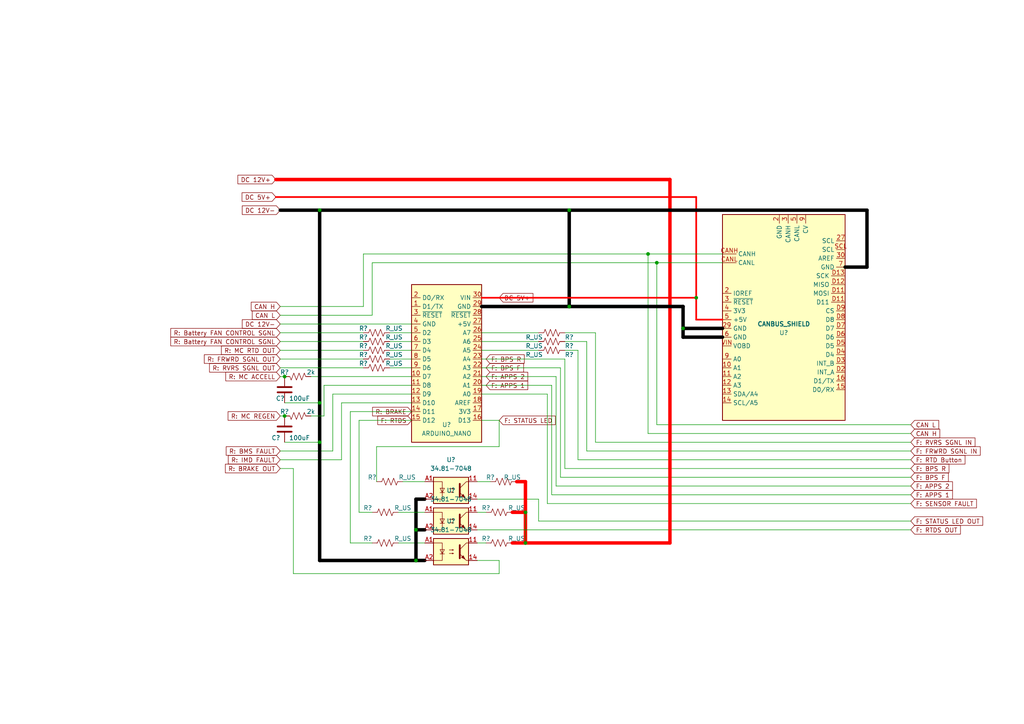
<source format=kicad_sch>
(kicad_sch (version 20211123) (generator eeschema)
  (paper "A4")
  (lib_symbols
    (symbol "Device:C" (pin_numbers hide) (pin_names (offset 0.254))
      (property "Reference" "C" (at 0.635 2.54 0))
      (property "Value" "C" (at 0.635 -2.54 0))
      (symbol "C_0_1"
        (polyline (pts (xy -2.032 -0.762) (xy 2.032 -0.762)) (stroke (width 0.508)))
        (polyline (pts (xy -2.032 0.762) (xy 2.032 0.762)) (stroke (width 0.508)))
      )
      (symbol "C_1_1"
        (pin passive line (at 0 3.81 270) (length 2.794) (name "~") (number "1"))
        (pin passive line (at 0 -3.81 90) (length 2.794) (name "~") (number "2"))
      )
    )
    (symbol "Device:R_US" (pin_numbers hide) (pin_names (offset 0))
      (property "Reference" "R" (at 2.54 0 90))
      (property "Value" "R_US" (at -2.54 0 90))
      (symbol "R_US_0_1"
        (polyline (pts (xy 0 -2.286) (xy 0 -2.54)))
        (polyline (pts (xy 0 2.286) (xy 0 2.54)))
        (polyline (pts (xy 0 -0.762) (xy 1.016 -1.143) (xy 0 -1.524) (xy -1.016 -1.905) (xy 0 -2.286)))
        (polyline (pts (xy 0 0.762) (xy 1.016 0.381) (xy 0 0) (xy -1.016 -0.381) (xy 0 -0.762)))
        (polyline (pts (xy 0 2.286) (xy 1.016 1.905) (xy 0 1.524) (xy -1.016 1.143) (xy 0 0.762)))
      )
      (symbol "R_US_1_1"
        (pin passive line (at 0 3.81 270) (length 1.27) (name "~") (number "1"))
        (pin passive line (at 0 -3.81 90) (length 1.27) (name "~") (number "2"))
      )
    )
    (symbol "FSAE DMS-23 Components:ARDUINO_NANO"
      (property "Reference" "U" (at -1.27 -2.54 0))
      (property "Value" "ARDUINO_NANO" (at 0 17.78 0))
      (symbol "ARDUINO_NANO_0_1"
        (rectangle (start -10.16 20.32) (end 10.16 -25.4) (stroke (width 0.254)) (fill (type background)))
      )
      (symbol "ARDUINO_NANO_1_1"
        (pin bidirectional line (at 10.16 -19.05 180) (length 2.54) (name "D1/TX") (number "1"))
        (pin bidirectional line (at 10.16 1.27 180) (length 2.54) (name "D7") (number "10"))
        (pin bidirectional line (at 10.16 3.81 180) (length 2.54) (name "D8") (number "11"))
        (pin bidirectional line (at 10.16 6.35 180) (length 2.54) (name "D9") (number "12"))
        (pin bidirectional line (at 10.16 8.89 180) (length 2.54) (name "D10") (number "13"))
        (pin bidirectional line (at 10.16 11.43 180) (length 2.54) (name "D11") (number "14"))
        (pin bidirectional line (at 10.16 13.97 180) (length 2.54) (name "D12") (number "15"))
        (pin bidirectional line (at -10.16 13.97 0) (length 2.54) (name "D13") (number "16"))
        (pin power_out line (at -10.16 11.43 0) (length 2.54) (name "3V3") (number "17"))
        (pin input line (at -10.16 8.89 0) (length 2.54) (name "AREF") (number "18"))
        (pin bidirectional line (at -10.16 6.35 0) (length 2.54) (name "A0") (number "19"))
        (pin bidirectional line (at 10.16 -21.59 180) (length 2.54) (name "D0/RX") (number "2"))
        (pin bidirectional line (at -10.16 3.81 0) (length 2.54) (name "A1") (number "20"))
        (pin bidirectional line (at -10.16 1.27 0) (length 2.54) (name "A2") (number "21"))
        (pin bidirectional line (at -10.16 -1.27 0) (length 2.54) (name "A3") (number "22"))
        (pin bidirectional line (at -10.16 -3.81 0) (length 2.54) (name "A4") (number "23"))
        (pin bidirectional line (at -10.16 -6.35 0) (length 2.54) (name "A5") (number "24"))
        (pin bidirectional line (at -10.16 -8.89 0) (length 2.54) (name "A6") (number "25"))
        (pin bidirectional line (at -10.16 -11.43 0) (length 2.54) (name "A7") (number "26"))
        (pin power_out line (at -10.16 -13.97 0) (length 2.54) (name "+5V") (number "27"))
        (pin input line (at -10.16 -16.51 0) (length 2.54) (name "~{RESET}") (number "28"))
        (pin power_in line (at -10.16 -19.05 0) (length 2.54) (name "GND") (number "29"))
        (pin input line (at 10.16 -16.51 180) (length 2.54) (name "~{RESET}") (number "3"))
        (pin power_in line (at -10.16 -21.59 0) (length 2.54) (name "VIN") (number "30"))
        (pin power_in line (at 10.16 -13.97 180) (length 2.54) (name "GND") (number "4"))
        (pin bidirectional line (at 10.16 -11.43 180) (length 2.54) (name "D2") (number "5"))
        (pin bidirectional line (at 10.16 -8.89 180) (length 2.54) (name "D3") (number "6"))
        (pin bidirectional line (at 10.16 -6.35 180) (length 2.54) (name "D4") (number "7"))
        (pin bidirectional line (at 10.16 -3.81 180) (length 2.54) (name "D5") (number "8"))
        (pin bidirectional line (at 10.16 -1.27 180) (length 2.54) (name "D6") (number "9"))
      )
    )
    (symbol "FSAE DMS-23 Components:CANBUS_SHIELD"
      (property "Reference" "U" (at 0 0 0))
      (property "Value" "CANBUS_SHIELD" (at 1.27 8.89 0))
      (symbol "CANBUS_SHIELD_0_1"
        (rectangle (start -16.51 33.02) (end 19.05 -26.67) (stroke (width 0.254)) (fill (type background)))
      )
      (symbol "CANBUS_SHIELD_1_1"
        (pin no_connect line (at -16.51 12.7 0) (length 2.54) hide (name "NC") (number "1"))
        (pin free line (at -16.51 -11.43 0) (length 2.54) (name "A1") (number "10"))
        (pin free line (at -16.51 -13.97 0) (length 2.54) (name "A2") (number "11"))
        (pin free line (at -16.51 -16.51 0) (length 2.54) (name "A3") (number "12"))
        (pin free line (at -16.51 -19.05 0) (length 2.54) (name "SDA/A4") (number "13"))
        (pin free line (at -16.51 -21.59 0) (length 2.54) (name "SCL/A5") (number "14"))
        (pin free line (at 19.05 -17.78 180) (length 2.54) (name "D0/RX") (number "15"))
        (pin free line (at 19.05 -15.24 180) (length 2.54) (name "D1/TX") (number "16"))
        (pin bidirectional line (at 0 33.02 270) (length 2.54) (name "GND") (number "2"))
        (pin output line (at -16.51 10.16 0) (length 2.54) (name "IOREF") (number "2"))
        (pin free line (at 19.05 25.4 180) (length 2.54) (name "SCL") (number "27"))
        (pin power_in line (at -16.51 0 0) (length 2.54) (name "GND") (number "29"))
        (pin bidirectional line (at 2.54 33.02 270) (length 2.54) (name "CANH") (number "3"))
        (pin input line (at -16.51 7.62 0) (length 2.54) (name "~{RESET}") (number "3"))
        (pin input line (at 19.05 20.32 180) (length 2.54) (name "AREF") (number "30"))
        (pin power_out line (at -16.51 5.08 0) (length 2.54) (name "3V3") (number "4"))
        (pin power_out line (at -16.51 2.54 0) (length 2.54) (name "+5V") (number "5"))
        (pin input line (at 5.08 33.02 270) (length 2.54) (name "CANL") (number "5"))
        (pin power_in line (at -16.51 -2.54 0) (length 2.54) (name "GND") (number "6"))
        (pin power_in line (at 19.05 17.78 180) (length 2.54) (name "GND") (number "7"))
        (pin free line (at -16.51 -8.89 0) (length 2.54) (name "A0") (number "9"))
        (pin power_in line (at 7.62 33.02 270) (length 2.54) (name "CV") (number "9"))
        (pin bidirectional line (at -16.51 21.59 0) (length 4) (name "CANH") (number "CANH"))
        (pin bidirectional line (at -16.51 19.05 0) (length 4) (name "CANL") (number "CANL"))
        (pin free line (at 19.05 7.62 180) (length 4) (name "D11") (number "D11"))
        (pin bidirectional line (at 19.05 10.16 180) (length 4) (name "MOSI") (number "D11"))
        (pin bidirectional line (at 19.05 12.7 180) (length 4) (name "MISO") (number "D12"))
        (pin bidirectional line (at 19.05 15.24 180) (length 4) (name "SCK") (number "D13"))
        (pin free line (at 19.05 -12.7 180) (length 2.54) (name "INT_A") (number "D2"))
        (pin free line (at 19.05 -10.16 180) (length 2.54) (name "INT_B") (number "D3"))
        (pin free line (at 19.05 -7.62 180) (length 2.54) (name "D4") (number "D4"))
        (pin free line (at 19.05 -5.08 180) (length 2.54) (name "D5") (number "D5"))
        (pin free line (at 19.05 -2.54 180) (length 2.54) (name "D6") (number "D6"))
        (pin free line (at 19.05 0 180) (length 2.54) (name "D7") (number "D7"))
        (pin free line (at 19.05 2.54 180) (length 2.54) (name "D8") (number "D8"))
        (pin bidirectional line (at 19.05 5.08 180) (length 2.54) (name "CS") (number "D9"))
        (pin free line (at 19.05 22.86 180) (length 2.54) (name "SCL") (number "SCL"))
        (pin power_out line (at -16.51 -5.08 0) (length 2.54) (name "VOBD") (number "VIN"))
      )
    )
    (symbol "Relay_SolidState:34.81-7048"
      (property "Reference" "U" (at -5.08 5.08 0))
      (property "Value" "34.81-7048" (at 0 5.08 0))
      (symbol "34.81-7048_0_1"
        (rectangle (start -5.08 3.81) (end 5.08 -3.81) (stroke (width 0.254)) (fill (type background)))
        (polyline (pts (xy -3.175 -0.635) (xy -1.905 -0.635)))
        (polyline (pts (xy 2.54 1.905) (xy 2.54 -1.905) (xy 2.54 -1.905)) (stroke (width 0.508)))
        (polyline (pts (xy -5.08 2.54) (xy -2.54 2.54) (xy -2.54 -2.54) (xy -5.08 -2.54)))
        (polyline (pts (xy -2.54 -0.635) (xy -3.175 0.635) (xy -1.905 0.635) (xy -2.54 -0.635)))
        (polyline (pts (xy -0.508 -0.508) (xy 0.762 -0.508) (xy 0.381 -0.635) (xy 0.381 -0.381) (xy 0.762 -0.508)))
        (polyline (pts (xy -0.508 0.508) (xy 0.762 0.508) (xy 0.381 0.381) (xy 0.381 0.635) (xy 0.762 0.508)))
        (polyline (pts (xy 3.048 -1.651) (xy 3.556 -1.143) (xy 4.064 -2.159) (xy 3.048 -1.651) (xy 3.048 -1.651)) (fill (type outline)))
        (polyline (pts (xy 5.08 2.54) (xy 4.445 2.54) (xy 2.54 0.635) (xy 2.54 -0.635) (xy 4.445 -2.54) (xy 5.08 -2.54)))
      )
      (symbol "34.81-7048_1_1"
        (pin passive line (at 7.62 2.54 180) (length 2.54) (name "~") (number "11"))
        (pin passive line (at 7.62 -2.54 180) (length 2.54) (name "~") (number "14"))
        (pin passive line (at -7.62 2.54 0) (length 2.54) (name "~") (number "A1"))
        (pin passive line (at -7.62 -2.54 0) (length 2.54) (name "~") (number "A2"))
      )
    )
  )
  (junction (at 165.1 88.9))
  (junction (at 120.65 153.67))
  (junction (at 152.4 148.59))
  (junction (at 190.5 76.2))
  (junction (at 82.55 109.22))
  (junction (at 201.93 86.36))
  (junction (at 152.4 157.48))
  (junction (at 92.71 128.27))
  (junction (at 92.71 116.84))
  (junction (at 120.65 162.56))
  (junction (at 92.71 60.96))
  (junction (at 82.55 120.65))
  (junction (at 187.96 73.66))
  (junction (at 198.12 95.25))
  (junction (at 165.1 60.96))
  (wire (pts (xy 190.5 76.2) (xy 209.55 76.2)))
  (wire (pts (xy 264.16 138.43) (xy 162.56 138.43)))
  (wire (pts (xy 92.71 116.84) (xy 92.71 128.27)) (stroke (width 1) (color 0 0 0 1)))
  (wire (pts (xy 264.16 135.89) (xy 163.83 135.89)))
  (wire (pts (xy 81.28 106.68) (xy 105.41 106.68)))
  (wire (pts (xy 194.31 157.48) (xy 194.31 52.07)) (stroke (width 1) (color 255 0 0 1)))
  (wire (pts (xy 139.7 104.14) (xy 163.83 104.14)))
  (wire (pts (xy 116.84 139.7) (xy 123.19 139.7)))
  (wire (pts (xy 107.95 76.2) (xy 107.95 91.44)))
  (wire (pts (xy 264.16 140.97) (xy 161.29 140.97)))
  (wire (pts (xy 96.52 130.81) (xy 96.52 114.3)))
  (wire (pts (xy 152.4 148.59) (xy 152.4 139.7)))
  (wire (pts (xy 120.65 162.56) (xy 92.71 162.56)) (stroke (width 1) (color 0 0 0 1)))
  (wire (pts (xy 123.19 153.67) (xy 120.65 153.67)) (stroke (width 1) (color 0 0 0 1)))
  (wire (pts (xy 163.83 99.06) (xy 170.18 99.06)))
  (wire (pts (xy 120.65 144.78) (xy 120.65 153.67)) (stroke (width 1) (color 0 0 0 1)))
  (wire (pts (xy 187.96 125.73) (xy 264.16 125.73)))
  (wire (pts (xy 149.86 139.7) (xy 152.4 139.7)) (stroke (width 1) (color 255 0 0 1)))
  (wire (pts (xy 160.02 143.51) (xy 160.02 111.76)))
  (wire (pts (xy 152.4 157.48) (xy 152.4 148.59)))
  (wire (pts (xy 138.43 139.7) (xy 142.24 139.7)))
  (wire (pts (xy 172.72 96.52) (xy 172.72 128.27)))
  (wire (pts (xy 264.16 143.51) (xy 160.02 143.51)))
  (wire (pts (xy 170.18 130.81) (xy 170.18 99.06)))
  (wire (pts (xy 101.6 157.48) (xy 107.95 157.48)))
  (wire (pts (xy 81.28 109.22) (xy 82.55 109.22)))
  (wire (pts (xy 93.98 120.65) (xy 93.98 111.76)))
  (wire (pts (xy 165.1 88.9) (xy 165.1 60.96)) (stroke (width 1) (color 0 0 0 1)))
  (wire (pts (xy 167.64 101.6) (xy 163.83 101.6)))
  (wire (pts (xy 201.93 86.36) (xy 201.93 92.71)) (stroke (width 0.5) (color 255 0 0 1)))
  (wire (pts (xy 107.95 91.44) (xy 81.28 91.44)))
  (wire (pts (xy 123.19 144.78) (xy 120.65 144.78)) (stroke (width 1) (color 0 0 0 1)))
  (wire (pts (xy 162.56 138.43) (xy 162.56 106.68)))
  (wire (pts (xy 113.03 104.14) (xy 119.38 104.14)))
  (wire (pts (xy 198.12 95.25) (xy 209.55 95.25)) (stroke (width 1) (color 0 0 0 1)))
  (wire (pts (xy 144.78 121.92) (xy 144.78 129.54)))
  (wire (pts (xy 152.4 139.7) (xy 152.4 148.59)) (stroke (width 1) (color 255 0 0 1)))
  (wire (pts (xy 167.64 101.6) (xy 167.64 133.35)))
  (wire (pts (xy 264.16 123.19) (xy 190.5 123.19)))
  (wire (pts (xy 81.28 93.98) (xy 119.38 93.98)))
  (wire (pts (xy 156.21 99.06) (xy 139.7 99.06)))
  (wire (pts (xy 107.95 148.59) (xy 104.14 148.59)))
  (wire (pts (xy 82.55 128.27) (xy 92.71 128.27)))
  (wire (pts (xy 139.7 86.36) (xy 201.93 86.36)) (stroke (width 0.5) (color 255 0 0 1)))
  (wire (pts (xy 139.7 88.9) (xy 165.1 88.9)) (stroke (width 1) (color 0 0 0 1)))
  (wire (pts (xy 113.03 101.6) (xy 119.38 101.6)))
  (wire (pts (xy 105.41 88.9) (xy 81.28 88.9)))
  (wire (pts (xy 138.43 148.59) (xy 140.97 148.59)))
  (wire (pts (xy 120.65 153.67) (xy 120.65 162.56)) (stroke (width 1) (color 0 0 0 1)))
  (wire (pts (xy 82.55 116.84) (xy 92.71 116.84)))
  (wire (pts (xy 93.98 111.76) (xy 119.38 111.76)))
  (wire (pts (xy 105.41 73.66) (xy 187.96 73.66)))
  (wire (pts (xy 148.59 157.48) (xy 152.4 157.48)) (stroke (width 1) (color 255 0 0 1)))
  (wire (pts (xy 92.71 60.96) (xy 92.71 116.84)) (stroke (width 1) (color 0 0 0 1)))
  (wire (pts (xy 156.21 151.13) (xy 264.16 151.13)))
  (wire (pts (xy 198.12 95.25) (xy 198.12 97.79)) (stroke (width 1) (color 0 0 0 1)))
  (wire (pts (xy 187.96 73.66) (xy 187.96 125.73)))
  (wire (pts (xy 165.1 60.96) (xy 251.46 60.96)) (stroke (width 1) (color 0 0 0 1)))
  (wire (pts (xy 81.28 135.89) (xy 85.09 135.89)))
  (wire (pts (xy 81.28 96.52) (xy 105.41 96.52)))
  (wire (pts (xy 198.12 88.9) (xy 165.1 88.9)) (stroke (width 1) (color 0 0 0 1)))
  (wire (pts (xy 144.78 162.56) (xy 138.43 162.56)))
  (wire (pts (xy 144.78 166.37) (xy 144.78 162.56)))
  (wire (pts (xy 81.28 130.81) (xy 96.52 130.81)))
  (wire (pts (xy 163.83 135.89) (xy 163.83 104.14)))
  (wire (pts (xy 101.6 119.38) (xy 101.6 157.48)))
  (wire (pts (xy 96.52 114.3) (xy 119.38 114.3)))
  (wire (pts (xy 113.03 96.52) (xy 119.38 96.52)))
  (wire (pts (xy 92.71 128.27) (xy 92.71 162.56)) (stroke (width 1) (color 0 0 0 1)))
  (wire (pts (xy 251.46 77.47) (xy 245.11 77.47)) (stroke (width 1) (color 0 0 0 1)))
  (wire (pts (xy 80.01 57.15) (xy 201.93 57.15)) (stroke (width 0.5) (color 255 0 0 1)))
  (wire (pts (xy 144.78 129.54) (xy 109.22 129.54)))
  (wire (pts (xy 156.21 96.52) (xy 139.7 96.52)))
  (wire (pts (xy 190.5 123.19) (xy 190.5 76.2)))
  (wire (pts (xy 158.75 146.05) (xy 264.16 146.05)))
  (wire (pts (xy 81.28 101.6) (xy 105.41 101.6)))
  (wire (pts (xy 172.72 128.27) (xy 264.16 128.27)))
  (wire (pts (xy 156.21 144.78) (xy 156.21 151.13)))
  (wire (pts (xy 158.75 114.3) (xy 158.75 146.05)))
  (wire (pts (xy 187.96 73.66) (xy 209.55 73.66)))
  (wire (pts (xy 139.7 109.22) (xy 161.29 109.22)))
  (wire (pts (xy 264.16 130.81) (xy 170.18 130.81)))
  (wire (pts (xy 120.65 162.56) (xy 123.19 162.56)) (stroke (width 1) (color 0 0 0 1)))
  (wire (pts (xy 198.12 88.9) (xy 198.12 95.25)) (stroke (width 1) (color 0 0 0 1)))
  (wire (pts (xy 85.09 135.89) (xy 85.09 166.37)))
  (wire (pts (xy 104.14 121.92) (xy 104.14 148.59)))
  (wire (pts (xy 139.7 114.3) (xy 158.75 114.3)))
  (wire (pts (xy 101.6 119.38) (xy 119.38 119.38)))
  (wire (pts (xy 115.57 148.59) (xy 123.19 148.59)))
  (wire (pts (xy 81.28 133.35) (xy 99.06 133.35)))
  (wire (pts (xy 194.31 157.48) (xy 152.4 157.48)) (stroke (width 1) (color 255 0 0 1)))
  (wire (pts (xy 90.17 120.65) (xy 93.98 120.65)))
  (wire (pts (xy 251.46 60.96) (xy 251.46 77.47)) (stroke (width 1) (color 0 0 0 1)))
  (wire (pts (xy 138.43 144.78) (xy 156.21 144.78)))
  (wire (pts (xy 152.4 148.59) (xy 152.4 157.48)) (stroke (width 1) (color 255 0 0 1)))
  (wire (pts (xy 105.41 73.66) (xy 105.41 88.9)))
  (wire (pts (xy 138.43 153.67) (xy 264.16 153.67)))
  (wire (pts (xy 90.17 109.22) (xy 119.38 109.22)))
  (wire (pts (xy 104.14 121.92) (xy 119.38 121.92)))
  (wire (pts (xy 81.28 60.96) (xy 92.71 60.96)) (stroke (width 1) (color 0 0 0 1)))
  (wire (pts (xy 81.28 99.06) (xy 105.41 99.06)))
  (wire (pts (xy 115.57 157.48) (xy 123.19 157.48)))
  (wire (pts (xy 163.83 96.52) (xy 172.72 96.52)))
  (wire (pts (xy 85.09 166.37) (xy 144.78 166.37)))
  (wire (pts (xy 161.29 140.97) (xy 161.29 109.22)))
  (wire (pts (xy 156.21 101.6) (xy 139.7 101.6)))
  (wire (pts (xy 92.71 60.96) (xy 165.1 60.96)) (stroke (width 1) (color 0 0 0 1)))
  (wire (pts (xy 198.12 97.79) (xy 209.55 97.79)) (stroke (width 1) (color 0 0 0 1)))
  (wire (pts (xy 81.28 104.14) (xy 105.41 104.14)))
  (wire (pts (xy 81.28 120.65) (xy 82.55 120.65)))
  (wire (pts (xy 113.03 99.06) (xy 119.38 99.06)))
  (wire (pts (xy 209.55 92.71) (xy 201.93 92.71)) (stroke (width 0.5) (color 255 0 0 1)))
  (wire (pts (xy 144.78 121.92) (xy 139.7 121.92)))
  (wire (pts (xy 109.22 129.54) (xy 109.22 139.7)))
  (wire (pts (xy 138.43 157.48) (xy 140.97 157.48)))
  (wire (pts (xy 99.06 116.84) (xy 119.38 116.84)))
  (wire (pts (xy 201.93 57.15) (xy 201.93 86.36)) (stroke (width 0.5) (color 255 0 0 1)))
  (wire (pts (xy 113.03 106.68) (xy 119.38 106.68)))
  (wire (pts (xy 99.06 133.35) (xy 99.06 116.84)))
  (wire (pts (xy 139.7 111.76) (xy 160.02 111.76)))
  (wire (pts (xy 167.64 133.35) (xy 264.16 133.35)))
  (wire (pts (xy 107.95 76.2) (xy 190.5 76.2)))
  (wire (pts (xy 148.59 148.59) (xy 152.4 148.59)) (stroke (width 1) (color 255 0 0 1)))
  (wire (pts (xy 139.7 106.68) (xy 162.56 106.68)))
  (wire (pts (xy 194.31 52.07) (xy 80.01 52.07)) (stroke (width 1) (color 255 0 0 1)))
  (global_label "F: APPS 2" (shape input) (at 264.16 140.97 0) (property "Intersheet References" "${INTERSHEET_REFS}" (effects hide)))
  (global_label "F: APPS 1" (shape input) (at 140.97 111.76 0) (property "Intersheet References" "${INTERSHEET_REFS}" (effects hide)))
  (global_label "F: BPS F" (shape input) (at 264.16 138.43 0) (property "Intersheet References" "${INTERSHEET_REFS}" (effects hide)))
  (global_label "R: RVRS SGNL OUT" (shape input) (at 81.28 106.68 180) (property "Intersheet References" "${INTERSHEET_REFS}" (effects hide)))
  (global_label "R: Battery FAN CONTROL SGNL" (shape input) (at 81.28 96.52 180) (property "Intersheet References" "${INTERSHEET_REFS}" (effects hide)))
  (global_label "F: SENSOR FAULT" (shape input) (at 264.16 146.05 0) (property "Intersheet References" "${INTERSHEET_REFS}" (effects hide)))
  (global_label "DC 5V+" (shape input) (at 80.01 57.15 180) (property "Intersheet References" "${INTERSHEET_REFS}" (effects hide)))
  (global_label "R: MC ACCELL" (shape input) (at 81.28 109.22 180) (property "Intersheet References" "${INTERSHEET_REFS}" (effects hide)))
  (global_label "F: FRWRD SGNL IN" (shape input) (at 264.16 130.81 0) (property "Intersheet References" "${INTERSHEET_REFS}" (effects hide)))
  (global_label "CAN L" (shape input) (at 264.16 123.19 0) (property "Intersheet References" "${INTERSHEET_REFS}" (effects hide)))
  (global_label "R: Battery FAN CONTROL SGNL" (shape input) (at 81.28 99.06 180) (property "Intersheet References" "${INTERSHEET_REFS}" (effects hide)))
  (global_label "F: APPS 2" (shape input) (at 140.97 109.22 0) (property "Intersheet References" "${INTERSHEET_REFS}" (effects hide)))
  (global_label "R: BRAKE OUT" (shape input) (at 81.28 135.89 180) (property "Intersheet References" "${INTERSHEET_REFS}" (effects hide)))
  (global_label "F: STATUS LED" (shape input) (at 144.78 121.92 0) (property "Intersheet References" "${INTERSHEET_REFS}" (effects hide)))
  (global_label "R: MC REGEN" (shape input) (at 81.28 120.65 180) (property "Intersheet References" "${INTERSHEET_REFS}" (effects hide)))
  (global_label "R: FRWRD SGNL OUT" (shape input) (at 81.28 104.14 180) (property "Intersheet References" "${INTERSHEET_REFS}" (effects hide)))
  (global_label "CAN L" (shape input) (at 81.28 91.44 180) (property "Intersheet References" "${INTERSHEET_REFS}" (effects hide)))
  (global_label "DC 12V-" (shape input) (at 81.28 60.96 180) (property "Intersheet References" "${INTERSHEET_REFS}" (effects hide)))
  (global_label "DC 12V+" (shape input) (at 80.01 52.07 180) (property "Intersheet References" "${INTERSHEET_REFS}" (effects hide)))
  (global_label "F: BPS R" (shape input) (at 264.16 135.89 0) (property "Intersheet References" "${INTERSHEET_REFS}" (effects hide)))
  (global_label "R: IMD FAULT" (shape input) (at 81.28 133.35 180) (property "Intersheet References" "${INTERSHEET_REFS}" (effects hide)))
  (global_label "CAN H" (shape input) (at 81.28 88.9 180) (property "Intersheet References" "${INTERSHEET_REFS}" (effects hide)))
  (global_label "F: RTD Button" (shape input) (at 264.16 133.35 0) (property "Intersheet References" "${INTERSHEET_REFS}" (effects hide)))
  (global_label "F: BPS R" (shape input) (at 140.97 104.14 0) (property "Intersheet References" "${INTERSHEET_REFS}" (effects hide)))
  (global_label "F: RTDS" (shape input) (at 119.38 121.92 180) (property "Intersheet References" "${INTERSHEET_REFS}" (effects hide)))
  (global_label "R: BRAKE" (shape input) (at 119.38 119.38 180) (property "Intersheet References" "${INTERSHEET_REFS}" (effects hide)))
  (global_label "DC 5V+" (shape input) (at 144.78 86.36 0) (property "Intersheet References" "${INTERSHEET_REFS}" (effects hide)))
  (global_label "F: STATUS LED OUT" (shape input) (at 264.16 151.13 0) (property "Intersheet References" "${INTERSHEET_REFS}" (effects hide)))
  (global_label "R: BMS FAULT" (shape input) (at 81.28 130.81 180) (property "Intersheet References" "${INTERSHEET_REFS}" (effects hide)))
  (global_label "F: RTDS OUT" (shape input) (at 264.16 153.67 0) (property "Intersheet References" "${INTERSHEET_REFS}" (effects hide)))
  (global_label "F: BPS F" (shape input) (at 140.97 106.68 0) (property "Intersheet References" "${INTERSHEET_REFS}" (effects hide)))
  (global_label "F: APPS 1" (shape input) (at 264.16 143.51 0) (property "Intersheet References" "${INTERSHEET_REFS}" (effects hide)))
  (global_label "R: MC RTD OUT" (shape input) (at 81.28 101.6 180) (property "Intersheet References" "${INTERSHEET_REFS}" (effects hide)))
  (global_label "CAN H" (shape input) (at 264.16 125.73 0) (property "Intersheet References" "${INTERSHEET_REFS}" (effects hide)))
  (global_label "F: RVRS SGNL IN" (shape input) (at 264.16 128.27 0) (property "Intersheet References" "${INTERSHEET_REFS}" (effects hide)))
  (global_label "DC 12V-" (shape input) (at 81.28 93.98 180) (property "Intersheet References" "${INTERSHEET_REFS}" (effects hide)))
  (symbol (lib_id "Device:R_US") (at 109.22 106.68 90) (unit 1)
    (property "Reference" "R?" (at 105.41 105.41 90))
    (property "Value" "R_US" (at 114.3 105.41 90))
  )
  (symbol (lib_id "Device:R_US") (at 160.02 99.06 270) (unit 1)
    (property "Reference" "R?" (at 165.1 100.33 90))
    (property "Value" "R_US" (at 154.94 100.33 90))
  )
  (symbol (lib_id "Device:R_US") (at 111.76 157.48 90) (unit 1)
    (property "Reference" "R?" (at 106.68 156.21 90))
    (property "Value" "R_US" (at 116.84 156.21 90))
  )
  (symbol (lib_id "Relay_SolidState:34.81-7048") (at 130.81 151.13 0) (unit 1)
    (property "Reference" "U?" (at 130.81 142.24 0))
    (property "Value" "34.81-7048" (at 130.81 144.78 0))
    (property "Footprint" "OptoDevice:Finder_34.81" (effects hide))
    (property "Datasheet" "http://www.us.liteon.com/downloads/LTV-817-827-847.PDF" (effects hide))
  )
  (symbol (lib_id "Device:C") (at 82.55 113.03 0) (mirror x) (unit 1)
    (property "Reference" "C?" (at 80.01 115.57 0) (effects (justify left)))
    (property "Value" "100uF" (at 83.82 115.57 0) (effects (justify left)))
    (property "Footprint" "Capacitor_THT:C_Rect_L7.5mm_W6.5mm_P5.00mm" (effects hide))
  )
  (symbol (lib_id "Device:R_US") (at 109.22 101.6 90) (unit 1)
    (property "Reference" "R?" (at 105.41 100.33 90))
    (property "Value" "R_US" (at 114.3 100.33 90))
  )
  (symbol (lib_id "Device:R_US") (at 109.22 96.52 90) (unit 1)
    (property "Reference" "R?" (at 105.41 95.25 90))
    (property "Value" "R_US" (at 114.3 95.25 90))
  )
  (symbol (lib_id "Device:R_US") (at 109.22 104.14 90) (unit 1)
    (property "Reference" "R?" (at 105.41 102.87 90))
    (property "Value" "R_US" (at 114.3 102.87 90))
  )
  (symbol (lib_id "FSAE DMS-23 Components:ARDUINO_NANO") (at 129.54 107.95 180) (unit 1)
    (property "Reference" "U?" (at 129.54 123.19 0))
    (property "Value" "ARDUINO_NANO" (at 129.54 125.73 0))
  )
  (symbol (lib_id "Device:R_US") (at 86.36 109.22 270) (mirror x) (unit 1)
    (property "Reference" "R?" (at 82.55 107.95 90))
    (property "Value" "2k" (at 90.17 107.95 90))
    (property "Footprint" "Resistor_THT:R_Axial_DIN0204_L3.6mm_D1.6mm_P5.08mm_Horizontal" (effects hide))
  )
  (symbol (lib_id "Device:R_US") (at 144.78 157.48 90) (unit 1)
    (property "Reference" "R?" (at 140.97 156.21 90))
    (property "Value" "R_US" (at 149.86 156.21 90))
  )
  (symbol (lib_id "Device:R_US") (at 113.03 139.7 90) (unit 1)
    (property "Reference" "R?" (at 107.95 138.43 90))
    (property "Value" "R_US" (at 118.11 138.43 90))
  )
  (symbol (lib_id "Device:R_US") (at 144.78 148.59 90) (unit 1)
    (property "Reference" "R?" (at 140.97 147.32 90))
    (property "Value" "R_US" (at 149.86 147.32 90))
  )
  (symbol (lib_id "Relay_SolidState:34.81-7048") (at 130.81 142.24 0) (unit 1)
    (property "Reference" "U?" (at 130.81 133.35 0))
    (property "Value" "34.81-7048" (at 130.81 135.89 0))
    (property "Footprint" "OptoDevice:Finder_34.81" (effects hide))
    (property "Datasheet" "http://www.us.liteon.com/downloads/LTV-817-827-847.PDF" (effects hide))
  )
  (symbol (lib_id "Device:R_US") (at 111.76 148.59 90) (unit 1)
    (property "Reference" "R?" (at 106.68 147.32 90))
    (property "Value" "R_US" (at 116.84 147.32 90))
  )
  (symbol (lib_id "Device:R_US") (at 146.05 139.7 90) (unit 1)
    (property "Reference" "R?" (at 142.24 138.43 90))
    (property "Value" "R_US" (at 148.59 138.43 90))
  )
  (symbol (lib_id "Device:R_US") (at 86.36 120.65 270) (mirror x) (unit 1)
    (property "Reference" "R?" (at 82.55 119.38 90))
    (property "Value" "2k" (at 90.17 119.38 90))
    (property "Footprint" "Resistor_THT:R_Axial_DIN0204_L3.6mm_D1.6mm_P5.08mm_Horizontal" (effects hide))
  )
  (symbol (lib_id "Device:C") (at 82.55 124.46 0) (mirror x) (unit 1)
    (property "Reference" "C?" (at 78.74 127 0) (effects (justify left)))
    (property "Value" "100uF" (at 83.82 127 0) (effects (justify left)))
    (property "Footprint" "Capacitor_THT:C_Rect_L7.5mm_W6.5mm_P5.00mm" (effects hide))
  )
  (symbol (lib_id "Device:R_US") (at 160.02 101.6 270) (unit 1)
    (property "Reference" "R?" (at 165.1 102.87 90))
    (property "Value" "R_US" (at 154.94 102.87 90))
  )
  (symbol (lib_id "Device:R_US") (at 160.02 96.52 270) (unit 1)
    (property "Reference" "R?" (at 165.1 97.79 90))
    (property "Value" "R_US" (at 154.94 97.79 90))
  )
  (symbol (lib_id "FSAE DMS-23 Components:CANBUS_SHIELD") (at 226.06 95.25 0) (unit 1)
    (property "Reference" "U?" (at 227.33 96.52 0))
    (property "Value" "CANBUS_SHIELD" (at 227.33 93.98 0) (effects (font bold)))
  )
  (symbol (lib_id "Relay_SolidState:34.81-7048") (at 130.81 160.02 0) (unit 1)
    (property "Reference" "U?" (at 130.81 151.13 0))
    (property "Value" "34.81-7048" (at 130.81 153.67 0))
    (property "Footprint" "OptoDevice:Finder_34.81" (effects hide))
    (property "Datasheet" "http://www.us.liteon.com/downloads/LTV-817-827-847.PDF" (effects hide))
  )
  (symbol (lib_id "Device:R_US") (at 109.22 99.06 90) (unit 1)
    (property "Reference" "R?" (at 105.41 97.79 90))
    (property "Value" "R_US" (at 114.3 97.79 90))
  )
)
</source>
